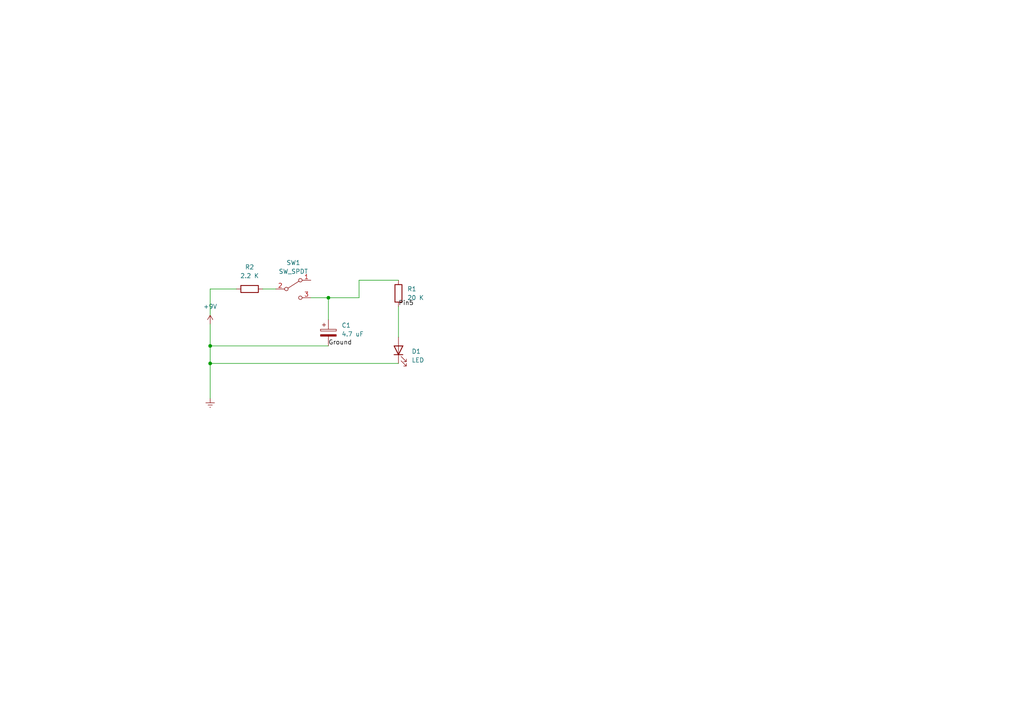
<source format=kicad_sch>
(kicad_sch (version 20211123) (generator eeschema)
  (paper "A4")
  (lib_symbols
    (symbol "Device:C_Polarized" (pin_numbers hide) (pin_names (offset 0.254))
      (property "Reference" "C" (at 0.635 2.54 0))
      (property "Value" "C_Polarized" (at 0.635 -2.54 0))
      (symbol "C_Polarized_0_1"
        (rectangle (start -2.286 0.508) (end 2.286 1.016))
        (polyline (pts (xy -1.778 2.286) (xy -0.762 2.286)))
        (polyline (pts (xy -1.27 2.794) (xy -1.27 1.778)))
        (rectangle (start 2.286 -0.508) (end -2.286 -1.016) (fill (type outline)))
      )
      (symbol "C_Polarized_1_1"
        (pin passive line (at 0 3.81 270) (length 2.794) (name "~") (number "1"))
        (pin passive line (at 0 -3.81 90) (length 2.794) (name "~") (number "2"))
      )
    )
    (symbol "Device:LED" (pin_numbers hide) (pin_names (offset 1.016) hide)
      (property "Reference" "D" (at 0 2.54 0))
      (property "Value" "LED" (at 0 -2.54 0))
      (symbol "LED_0_1"
        (polyline (pts (xy -1.27 -1.27) (xy -1.27 1.27)) (stroke (width 0.254)))
        (polyline (pts (xy -1.27 0) (xy 1.27 0)))
        (polyline (pts (xy 1.27 -1.27) (xy 1.27 1.27) (xy -1.27 0) (xy 1.27 -1.27)) (stroke (width 0.254)))
        (polyline (pts (xy -3.048 -0.762) (xy -4.572 -2.286) (xy -3.81 -2.286) (xy -4.572 -2.286) (xy -4.572 -1.524)))
        (polyline (pts (xy -1.778 -0.762) (xy -3.302 -2.286) (xy -2.54 -2.286) (xy -3.302 -2.286) (xy -3.302 -1.524)))
      )
      (symbol "LED_1_1"
        (pin passive line (at -3.81 0 0) (length 2.54) (name "K") (number "1"))
        (pin passive line (at 3.81 0 180) (length 2.54) (name "A") (number "2"))
      )
    )
    (symbol "Device:R" (pin_numbers hide) (pin_names (offset 0))
      (property "Reference" "R" (at 2.032 0 90))
      (property "Value" "R" (at 0 0 90))
      (symbol "R_0_1"
        (rectangle (start -1.016 -2.54) (end 1.016 2.54) (stroke (width 0.254)))
      )
      (symbol "R_1_1"
        (pin passive line (at 0 3.81 270) (length 1.27) (name "~") (number "1"))
        (pin passive line (at 0 -3.81 90) (length 1.27) (name "~") (number "2"))
      )
    )
    (symbol "Switch:SW_SPDT" (pin_names (offset 0) hide)
      (property "Reference" "SW" (at 0 4.318 0))
      (property "Value" "SW_SPDT" (at 0 -5.08 0))
      (symbol "SW_SPDT_0_0"
        (circle (center -2.032 0) (radius 0.508))
        (circle (center 2.032 -2.54) (radius 0.508))
      )
      (symbol "SW_SPDT_0_1"
        (polyline (pts (xy -1.524 0.254) (xy 1.651 2.286)))
        (circle (center 2.032 2.54) (radius 0.508))
      )
      (symbol "SW_SPDT_1_1"
        (pin passive line (at 5.08 2.54 180) (length 2.54) (name "A") (number "1"))
        (pin passive line (at -5.08 0 0) (length 2.54) (name "B") (number "2"))
        (pin passive line (at 5.08 -2.54 180) (length 2.54) (name "C") (number "3"))
      )
    )
    (symbol "power:+9V" (power) (pin_names (offset 0))
      (property "Value" "+9V" (at 0 3.556 0))
      (symbol "+9V_0_1"
        (polyline (pts (xy -0.762 1.27) (xy 0 2.54)))
        (polyline (pts (xy 0 0) (xy 0 2.54)))
        (polyline (pts (xy 0 2.54) (xy 0.762 1.27)))
      )
      (symbol "+9V_1_1"
        (pin power_in line (at 0 0 90) (length 0) hide (name "+9V") (number "1"))
      )
    )
    (symbol "power:Earth" (power) (pin_names (offset 0))
      (symbol "Earth_0_1"
        (polyline (pts (xy -0.635 -1.905) (xy 0.635 -1.905)))
        (polyline (pts (xy -0.127 -2.54) (xy 0.127 -2.54)))
        (polyline (pts (xy 0 -1.27) (xy 0 0)))
        (polyline (pts (xy 1.27 -1.27) (xy -1.27 -1.27)))
      )
      (symbol "Earth_1_1"
        (pin power_in line (at 0 0 270) (length 0) hide (name "Earth") (number "1"))
      )
    )
  )
  (junction (at 95.25 86.36))
  (junction (at 60.96 105.41))
  (junction (at 60.96 100.33))
  (wire (pts (xy 95.25 86.36) (xy 104.14 86.36)))
  (wire (pts (xy 115.57 88.9) (xy 115.57 97.79)))
  (wire (pts (xy 90.17 86.36) (xy 95.25 86.36)))
  (wire (pts (xy 60.96 100.33) (xy 95.25 100.33)))
  (wire (pts (xy 60.96 105.41) (xy 115.57 105.41)))
  (wire (pts (xy 60.96 105.41) (xy 60.96 115.57)))
  (wire (pts (xy 60.96 83.82) (xy 68.58 83.82)))
  (wire (pts (xy 95.25 86.36) (xy 95.25 92.71)))
  (wire (pts (xy 104.14 86.36) (xy 104.14 81.28)))
  (wire (pts (xy 60.96 93.98) (xy 60.96 100.33)))
  (wire (pts (xy 76.2 83.82) (xy 80.01 83.82)))
  (wire (pts (xy 60.96 91.44) (xy 60.96 83.82)))
  (wire (pts (xy 60.96 100.33) (xy 60.96 105.41)))
  (wire (pts (xy 104.14 81.28) (xy 115.57 81.28)))
  (label "Ground" (at 95.25 100.33 0))
  (label "Pin5" (at 115.57 88.9 0))
  (symbol (lib_id "Switch:SW_SPDT") (at 85.09 83.82 0) (unit 1)
    (property "Reference" "SW1" (at 85.09 76.2 0))
    (property "Value" "SW_SPDT" (at 85.09 78.74 0))
    (property "Footprint" "Button_Switch_THT:SW_E-Switch_EG1224_SPDT_Angled" (effects hide))
  )
  (symbol (lib_id "Device:R") (at 72.39 83.82 90) (unit 1)
    (property "Reference" "R2" (at 72.39 77.47 90))
    (property "Value" "2.2 K" (at 72.39 80.01 90))
    (property "Footprint" "Resistor_THT:R_Axial_DIN0516_L15.5mm_D5.0mm_P20.32mm_Horizontal" (effects hide))
  )
  (symbol (lib_id "power:+9V") (at 60.96 93.98 0) (unit 1)
    (property "Reference" "#PWR01" (effects hide))
    (property "Value" "+9V" (at 60.96 88.9 0))
    (property "Footprint" "Connector_JST:JST_PH_B2B-PH-K_1x02_P2.00mm_Vertical" (effects hide))
  )
  (symbol (lib_id "Device:C_Polarized") (at 95.25 96.52 0) (unit 1)
    (property "Reference" "C1" (at 99.06 94.3609 0) (effects (justify left)))
    (property "Value" "4.7 uF" (at 99.06 96.9009 0) (effects (justify left)))
    (property "Footprint" "Capacitor_THT:C_Radial_D5.0mm_H5.0mm_P2.00mm" (effects hide))
  )
  (symbol (lib_id "Device:LED") (at 115.57 101.6 90) (unit 1)
    (property "Reference" "D1" (at 119.38 101.9174 90) (effects (justify right)))
    (property "Value" "LED" (at 119.38 104.4574 90) (effects (justify right)))
    (property "Footprint" "LED_THT:LED_D5.0mm" (effects hide))
  )
  (symbol (lib_id "Device:R") (at 115.57 85.09 0) (unit 1)
    (property "Reference" "R1" (at 118.11 83.8199 0) (effects (justify left)))
    (property "Value" "20 K" (at 118.11 86.3599 0) (effects (justify left)))
    (property "Footprint" "Resistor_THT:R_Axial_DIN0516_L15.5mm_D5.0mm_P20.32mm_Horizontal" (effects hide))
  )
  (symbol (lib_id "power:Earth") (at 60.96 115.57 0) (unit 1)
    (property "Reference" "#PWR0101" (effects hide))
    (property "Value" "Earth" (effects hide))
  )
)
</source>
